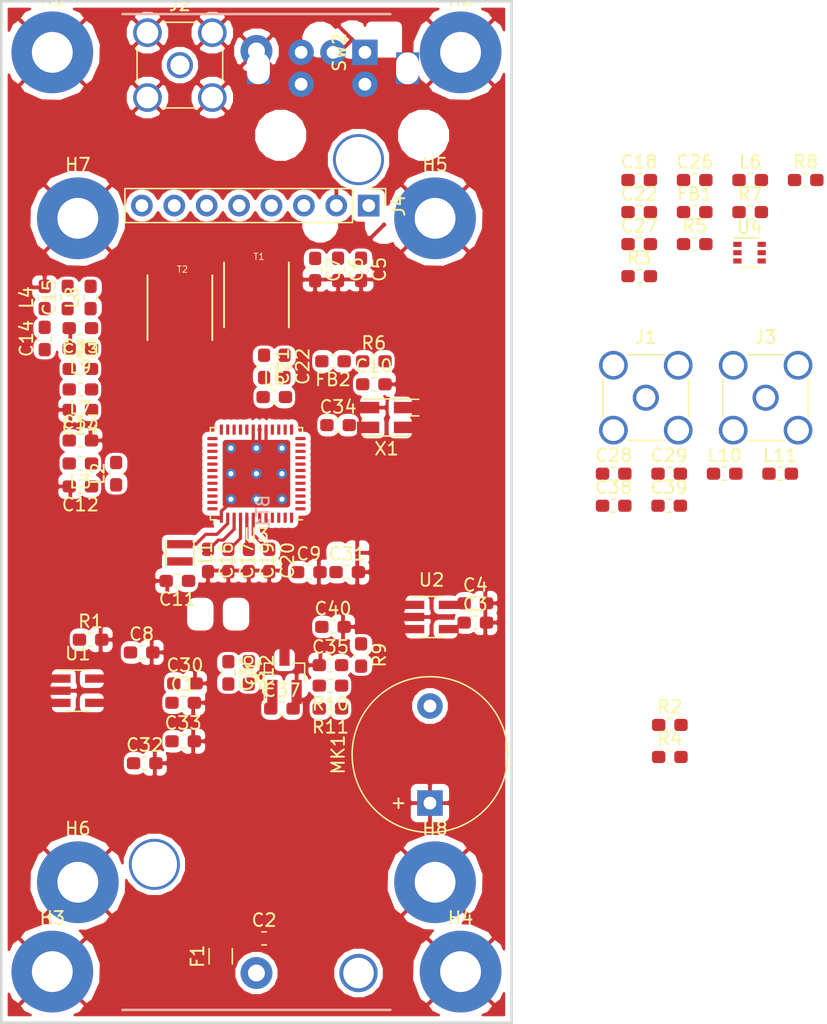
<source format=kicad_pcb>
(kicad_pcb (version 20171130) (host pcbnew 5.1.5+dfsg1-2build2)
  (layers (0 F.Cu signal) (1 In1.Cu signal hide) (2 In2.Cu signal hide) (31 B.Cu signal hide) (34 B.Paste user hide) (35 F.Paste user hide) (36 B.SilkS user hide) (37 F.SilkS user hide) (38 B.Mask user hide) (39 F.Mask user hide) (44 Edge.Cuts user))
  (net 0 "")
  (net 1 /Knob_S)
  (net 2 GND)
  (net 3 /Knob_B)
  (net 4 /Knob_A)
  (net 5 /BAT+)
  (net 6 /VDD)
  (net 7 "Net-(R1-Pad1)")
  (net 8 "Net-(U1-Pad1)")
  (net 9 /VCharge)
  (net 10 /SWCLK_TCK)
  (net 11 /SWDIO_TMS)
  (net 12 /SWO_TDO)
  (net 13 /TDI)
  (net 14 /1V8)
  (net 15 "Net-(C27-Pad1)")
  (net 16 /RESETn)
  (net 17 /VREGSW)
  (net 18 /DECOUPLE)
  (net 19 /TCXOVDD)
  (net 20 /HFXTAL_N)
  (net 21 /HFXTAL_P)
  (net 22 /TCXOout)
  (net 23 /EFRout+)
  (net 24 /EFRout-)
  (net 25 /EFRin+)
  (net 26 /EFRin-)
  (net 27 /EFR2G4)
  (net 28 /ANT)
  (net 29 /RF_SubG)
  (net 30 /RF_2G4)
  (net 31 /MIC_VDD)
  (net 32 /MIC_ADC)
  (net 33 /MIC)
  (net 34 "Net-(C22-Pad1)")
  (net 35 /D_SDA)
  (net 36 /D_CS)
  (net 37 /D_SCK)
  (net 38 /D_AO)
  (net 39 /D_LED)
  (net 40 /D_VCC)
  (net 41 /VBAT)
  (net 42 "Net-(U2-Pad4)")
  (net 43 "Net-(U3-Pad5)")
  (net 44 "Net-(U3-Pad22)")
  (net 45 "Net-(U3-Pad23)")
  (net 46 "Net-(U3-Pad24)")
  (net 47 "Net-(U3-Pad25)")
  (net 48 "Net-(U3-Pad26)")
  (net 49 "Net-(U3-Pad27)")
  (net 50 "Net-(U3-Pad28)")
  (net 51 "Net-(U3-Pad29)")
  (net 52 "Net-(U3-Pad30)")
  (net 53 "Net-(U3-Pad31)")
  (net 54 "Net-(U3-Pad32)")
  (net 55 "Net-(U3-Pad33)")
  (net 56 "Net-(U3-Pad35)")
  (net 57 "Net-(U3-Pad36)")
  (net 58 "Net-(C12-Pad1)")
  (net 59 "Net-(C14-Pad2)")
  (net 60 /VBAT1)
  (net 61 "Net-(C8-Pad1)")
  (net 62 /D_RESET)
  (net 63 /AVDD)
  (net 64 /RF_RX)
  (net 65 "Net-(C18-Pad1)")
  (net 66 "Net-(C23-Pad2)")
  (net 67 "Net-(C23-Pad1)")
  (net 68 /RF_TX)
  (net 69 "Net-(C26-Pad1)")
  (net 70 "Net-(C28-Pad1)")
  (net 71 "Net-(C29-Pad1)")
  (net 72 "Net-(C30-Pad1)")
  (net 73 "Net-(C36-Pad2)")
  (net 74 "Net-(L5-Pad2)")
  (net 75 "Net-(L6-Pad2)")
  (net 76 /SW_RX)
  (net 77 "Net-(R4-Pad1)")
  (net 78 /SW_TX)
  (net 79 "Net-(R7-Pad2)")
  (net 80 /EN_MIC)
  (module Package_TO_SOT_SMD:SOT-363_SC-70-6 (layer F.Cu) (at 158.65 69.69)
    (fp_text reference U4 (at 0 -2) (layer F.SilkS))
    (fp_text value AS213-92LF)
    (pad 6 smd rect (at 0.95 -0.65) (size 0.65 0.4) (layers F.Cu F.Paste F.Mask) (net 34 "Net-(C22-Pad1)"))
    (pad 4 smd rect (at 0.95 0.65) (size 0.65 0.4) (layers F.Cu F.Paste F.Mask) (net 15 "Net-(C27-Pad1)"))
    (pad 2 smd rect (at -0.95 0) (size 0.65 0.4) (layers F.Cu F.Paste F.Mask) (net 2 GND))
    (pad 5 smd rect (at 0.95 0) (size 0.65 0.4) (layers F.Cu F.Paste F.Mask) (net 29 /RF_SubG))
    (pad 3 smd rect (at -0.95 0.65) (size 0.65 0.4) (layers F.Cu F.Paste F.Mask) (net 69 "Net-(C26-Pad1)"))
    (pad 1 smd rect (at -0.95 -0.65) (size 0.65 0.4) (layers F.Cu F.Paste F.Mask) (net 65 "Net-(C18-Pad1)"))
  )
  (module Resistor_SMD:R_0603_1608Metric_Pad1.05x0.95mm_HandSolder (layer F.Cu) (at 163.05 64)
    (fp_text reference R8 (at 0 -1.43) (layer F.SilkS))
    (fp_text value 0)
    (pad 2 smd roundrect (at 0.875 0) (size 1.05 0.95) (layers F.Cu F.Paste F.Mask) (net 2 GND))
    (pad 1 smd roundrect (at -0.875 0) (size 1.05 0.95) (layers F.Cu F.Paste F.Mask) (net 79 "Net-(R7-Pad2)"))
  )
  (module Resistor_SMD:R_0603_1608Metric_Pad1.05x0.95mm_HandSolder (layer F.Cu) (at 158.7 66.51)
    (fp_text reference R7 (at 0 -1.43) (layer F.SilkS))
    (fp_text value 0)
    (pad 2 smd roundrect (at 0.875 0) (size 1.05 0.95) (layers F.Cu F.Paste F.Mask) (net 79 "Net-(R7-Pad2)"))
    (pad 1 smd roundrect (at -0.875 0) (size 1.05 0.95) (layers F.Cu F.Paste F.Mask) (net 19 /TCXOVDD))
  )
  (module Resistor_SMD:R_0603_1608Metric_Pad1.05x0.95mm_HandSolder (layer F.Cu) (at 154.35 69.02)
    (fp_text reference R5 (at 0 -1.43) (layer F.SilkS))
    (fp_text value 1k)
    (pad 2 smd roundrect (at 0.875 0) (size 1.05 0.95) (layers F.Cu F.Paste F.Mask) (net 15 "Net-(C27-Pad1)"))
    (pad 1 smd roundrect (at -0.875 0) (size 1.05 0.95) (layers F.Cu F.Paste F.Mask) (net 78 /SW_TX))
  )
  (module Resistor_SMD:R_0603_1608Metric_Pad1.05x0.95mm_HandSolder (layer F.Cu) (at 150 71.53)
    (fp_text reference R3 (at 0 -1.43) (layer F.SilkS))
    (fp_text value 1k)
    (pad 2 smd roundrect (at 0.875 0) (size 1.05 0.95) (layers F.Cu F.Paste F.Mask) (net 34 "Net-(C22-Pad1)"))
    (pad 1 smd roundrect (at -0.875 0) (size 1.05 0.95) (layers F.Cu F.Paste F.Mask) (net 76 /SW_RX))
  )
  (module Inductor_SMD:L_0603_1608Metric_Pad1.05x0.95mm_HandSolder (layer F.Cu) (at 158.7 64)
    (fp_text reference L6 (at 0 -1.43) (layer F.SilkS))
    (fp_text value TBD)
    (pad 2 smd roundrect (at 0.875 0) (size 1.05 0.95) (layers F.Cu F.Paste F.Mask) (net 75 "Net-(L6-Pad2)"))
    (pad 1 smd roundrect (at -0.875 0) (size 1.05 0.95) (layers F.Cu F.Paste F.Mask) (net 25 /EFRin+))
  )
  (module Inductor_SMD:L_0603_1608Metric_Pad1.05x0.95mm_HandSolder (layer F.Cu) (at 154.35 66.51)
    (fp_text reference FB1 (at 0 -1.43) (layer F.SilkS))
    (fp_text value Ferrite_Bead)
    (pad 2 smd roundrect (at 0.875 0) (size 1.05 0.95) (layers F.Cu F.Paste F.Mask) (net 63 /AVDD))
    (pad 1 smd roundrect (at -0.875 0) (size 1.05 0.95) (layers F.Cu F.Paste F.Mask) (net 6 /VDD))
  )
  (module Capacitor_SMD:C_0603_1608Metric_Pad1.05x0.95mm_HandSolder (layer F.Cu) (at 150 69.02)
    (fp_text reference C27 (at 0 -1.43) (layer F.SilkS))
    (fp_text value 1n)
    (pad 2 smd roundrect (at 0.875 0) (size 1.05 0.95) (layers F.Cu F.Paste F.Mask) (net 2 GND))
    (pad 1 smd roundrect (at -0.875 0) (size 1.05 0.95) (layers F.Cu F.Paste F.Mask) (net 15 "Net-(C27-Pad1)"))
  )
  (module Capacitor_SMD:C_0603_1608Metric_Pad1.05x0.95mm_HandSolder (layer F.Cu) (at 154.35 64)
    (fp_text reference C26 (at 0 -1.43) (layer F.SilkS))
    (fp_text value 1n)
    (pad 2 smd roundrect (at 0.875 0) (size 1.05 0.95) (layers F.Cu F.Paste F.Mask) (net 68 /RF_TX))
    (pad 1 smd roundrect (at -0.875 0) (size 1.05 0.95) (layers F.Cu F.Paste F.Mask) (net 69 "Net-(C26-Pad1)"))
  )
  (module Capacitor_SMD:C_0603_1608Metric_Pad1.05x0.95mm_HandSolder (layer F.Cu) (at 150 66.51)
    (fp_text reference C22 (at 0 -1.43) (layer F.SilkS))
    (fp_text value 1n)
    (pad 2 smd roundrect (at 0.875 0) (size 1.05 0.95) (layers F.Cu F.Paste F.Mask) (net 2 GND))
    (pad 1 smd roundrect (at -0.875 0) (size 1.05 0.95) (layers F.Cu F.Paste F.Mask) (net 34 "Net-(C22-Pad1)"))
  )
  (module Capacitor_SMD:C_0603_1608Metric_Pad1.05x0.95mm_HandSolder (layer F.Cu) (at 150 64)
    (fp_text reference C18 (at 0 -1.43) (layer F.SilkS))
    (fp_text value 1n)
    (pad 2 smd roundrect (at 0.875 0) (size 1.05 0.95) (layers F.Cu F.Paste F.Mask) (net 64 /RF_RX))
    (pad 1 smd roundrect (at -0.875 0) (size 1.05 0.95) (layers F.Cu F.Paste F.Mask) (net 65 "Net-(C18-Pad1)"))
  )
  (module kapula:ETC4-1-2TR (layer F.Cu) (at 120 73 180)
    (fp_text reference T1 (at -0.2 3 180) (layer F.SilkS) (effects (font (size 0.5 0.5) (thickness 0.07))))
    (fp_text value ETC4-1-2TR)
    (pad 1 smd rect (at -1.27 -1.715 180) (size 0.76 1.4) (layers F.Cu F.Paste F.Mask) (net 74 "Net-(L5-Pad2)"))
    (pad 2 smd rect (at 0 -1.715 180) (size 0.76 1.4) (layers F.Cu F.Paste F.Mask) (net 77 "Net-(R4-Pad1)"))
    (pad 3 smd rect (at 1.27 -1.715 180) (size 0.76 1.4) (layers F.Cu F.Paste F.Mask) (net 75 "Net-(L6-Pad2)"))
    (pad 5 smd rect (at -1.27 1.715 180) (size 0.76 1.4) (layers F.Cu F.Paste F.Mask) (net 64 /RF_RX))
    (pad 4 smd rect (at 1.27 1.715 180) (size 0.76 1.4) (layers F.Cu F.Paste F.Mask) (net 2 GND))
  )
  (module kapula:ETC4-1-2TR (layer F.Cu) (at 114 74 180)
    (fp_text reference T2 (at -0.2 3 180) (layer F.SilkS) (effects (font (size 0.5 0.5) (thickness 0.07))))
    (fp_text value ETC4-1-2TR)
    (pad 1 smd rect (at -1.27 -1.715 180) (size 0.76 1.4) (layers F.Cu F.Paste F.Mask) (net 24 /EFRout-))
    (pad 2 smd rect (at 0 -1.715 180) (size 0.76 1.4) (layers F.Cu F.Paste F.Mask) (net 72 "Net-(C30-Pad1)"))
    (pad 3 smd rect (at 1.27 -1.715 180) (size 0.76 1.4) (layers F.Cu F.Paste F.Mask) (net 23 /EFRout+))
    (pad 5 smd rect (at -1.27 1.715 180) (size 0.76 1.4) (layers F.Cu F.Paste F.Mask) (net 70 "Net-(C28-Pad1)"))
    (pad 4 smd rect (at 1.27 1.715 180) (size 0.76 1.4) (layers F.Cu F.Paste F.Mask) (net 2 GND))
  )
  (module kapula:RotaryEncoder_Alps_EC11B-Switch_Horizontal (layer F.Cu) (at 126 54 90)
    (fp_text reference SW2 (at 0 0.5 90) (layer F.SilkS))
    (fp_text value EC11B15242B1)
    (pad "" np_thru_hole rect (at -1.25 5.85 90) (size 2.5 1.8) (drill oval 2.5 1.8) (layers *.Cu *.Mask))
    (pad "" np_thru_hole rect (at -1.25 -5.85 90) (size 2.5 1.8) (drill oval 2.5 1.8) (layers *.Cu *.Mask))
    (pad S2 thru_hole circle (at -2.5 -2.5 90) (size 2 2) (drill 1) (layers *.Cu *.Mask) (net 2 GND))
    (pad S1 thru_hole circle (at -2.5 2.5 90) (size 2 2) (drill 1) (layers *.Cu *.Mask) (net 1 /Knob_S))
    (pad C thru_hole circle (at 0 0 90) (size 2 2) (drill 1) (layers *.Cu *.Mask) (net 2 GND))
    (pad B thru_hole circle (at 0 -2.5 90) (size 2 2) (drill 1) (layers *.Cu *.Mask) (net 3 /Knob_B))
    (pad A thru_hole rect (at 0 2.5 90) (size 2 2) (drill 1) (layers *.Cu *.Mask) (net 4 /Knob_A))
  )
  (module Inductor_SMD:L_0603_1608Metric_Pad1.05x0.95mm_HandSolder (layer F.Cu) (at 161.05 87)
    (fp_text reference L11 (at 0 -1.43) (layer F.SilkS))
    (fp_text value TBD)
    (pad 2 smd roundrect (at 0.875 0) (size 1.05 0.95) (layers F.Cu F.Paste F.Mask) (net 68 /RF_TX))
    (pad 1 smd roundrect (at -0.875 0) (size 1.05 0.95) (layers F.Cu F.Paste F.Mask) (net 71 "Net-(C29-Pad1)"))
  )
  (module Inductor_SMD:L_0603_1608Metric_Pad1.05x0.95mm_HandSolder (layer F.Cu) (at 156.7 87)
    (fp_text reference L10 (at 0 -1.43) (layer F.SilkS))
    (fp_text value TBD)
    (pad 2 smd roundrect (at 0.875 0) (size 1.05 0.95) (layers F.Cu F.Paste F.Mask) (net 71 "Net-(C29-Pad1)"))
    (pad 1 smd roundrect (at -0.875 0) (size 1.05 0.95) (layers F.Cu F.Paste F.Mask) (net 70 "Net-(C28-Pad1)"))
  )
  (module Connector_Coaxial:SMA_Amphenol_901-144_Vertical (layer F.Cu) (at 159.91 81.05)
    (fp_text reference J3 (at 0 -4.75) (layer F.SilkS))
    (fp_text value SMA)
    (pad 2 thru_hole circle (at -2.54 2.54) (size 2.25 2.25) (drill 1.7) (layers *.Cu *.Mask) (net 2 GND))
    (pad 2 thru_hole circle (at -2.54 -2.54) (size 2.25 2.25) (drill 1.7) (layers *.Cu *.Mask) (net 2 GND))
    (pad 2 thru_hole circle (at 2.54 -2.54) (size 2.25 2.25) (drill 1.7) (layers *.Cu *.Mask) (net 2 GND))
    (pad 2 thru_hole circle (at 2.54 2.54) (size 2.25 2.25) (drill 1.7) (layers *.Cu *.Mask) (net 2 GND))
    (pad 1 thru_hole circle (at 0 0) (size 2.05 2.05) (drill 1.5) (layers *.Cu *.Mask) (net 68 /RF_TX))
  )
  (module Connector_Coaxial:SMA_Amphenol_901-144_Vertical (layer F.Cu) (at 150.52 81.05)
    (fp_text reference J1 (at 0 -4.75) (layer F.SilkS))
    (fp_text value SMA)
    (pad 2 thru_hole circle (at -2.54 2.54) (size 2.25 2.25) (drill 1.7) (layers *.Cu *.Mask) (net 2 GND))
    (pad 2 thru_hole circle (at -2.54 -2.54) (size 2.25 2.25) (drill 1.7) (layers *.Cu *.Mask) (net 2 GND))
    (pad 2 thru_hole circle (at 2.54 -2.54) (size 2.25 2.25) (drill 1.7) (layers *.Cu *.Mask) (net 2 GND))
    (pad 2 thru_hole circle (at 2.54 2.54) (size 2.25 2.25) (drill 1.7) (layers *.Cu *.Mask) (net 2 GND))
    (pad 1 thru_hole circle (at 0 0) (size 2.05 2.05) (drill 1.5) (layers *.Cu *.Mask) (net 64 /RF_RX))
  )
  (module Capacitor_SMD:C_0603_1608Metric_Pad1.05x0.95mm_HandSolder (layer F.Cu) (at 152.35 89.51)
    (fp_text reference C39 (at 0 -1.43) (layer F.SilkS))
    (fp_text value 1n)
    (pad 2 smd roundrect (at 0.875 0) (size 1.05 0.95) (layers F.Cu F.Paste F.Mask) (net 2 GND))
    (pad 1 smd roundrect (at -0.875 0) (size 1.05 0.95) (layers F.Cu F.Paste F.Mask) (net 33 /MIC))
  )
  (module Capacitor_SMD:C_0603_1608Metric_Pad1.05x0.95mm_HandSolder (layer F.Cu) (at 148 89.51)
    (fp_text reference C38 (at 0 -1.43) (layer F.SilkS))
    (fp_text value 1n)
    (pad 2 smd roundrect (at 0.875 0) (size 1.05 0.95) (layers F.Cu F.Paste F.Mask) (net 2 GND))
    (pad 1 smd roundrect (at -0.875 0) (size 1.05 0.95) (layers F.Cu F.Paste F.Mask) (net 32 /MIC_ADC))
  )
  (module Capacitor_SMD:C_0603_1608Metric_Pad1.05x0.95mm_HandSolder (layer F.Cu) (at 152.35 87)
    (fp_text reference C29 (at 0 -1.43) (layer F.SilkS))
    (fp_text value TBD)
    (pad 2 smd roundrect (at 0.875 0) (size 1.05 0.95) (layers F.Cu F.Paste F.Mask) (net 2 GND))
    (pad 1 smd roundrect (at -0.875 0) (size 1.05 0.95) (layers F.Cu F.Paste F.Mask) (net 71 "Net-(C29-Pad1)"))
  )
  (module Capacitor_SMD:C_0603_1608Metric_Pad1.05x0.95mm_HandSolder (layer F.Cu) (at 148 87)
    (fp_text reference C28 (at 0 -1.43) (layer F.SilkS))
    (fp_text value 0)
    (pad 2 smd roundrect (at 0.875 0) (size 1.05 0.95) (layers F.Cu F.Paste F.Mask) (net 2 GND))
    (pad 1 smd roundrect (at -0.875 0) (size 1.05 0.95) (layers F.Cu F.Paste F.Mask) (net 70 "Net-(C28-Pad1)"))
  )
  (module Oscillator:Oscillator_SMD_EuroQuartz_XO32-4Pin_3.2x2.5mm_HandSoldering (layer F.Cu) (at 130.2 82.6 180)
    (fp_text reference X1 (at 0 -2.45) (layer F.SilkS))
    (fp_text value TCO22384001805)
    (pad 4 smd rect (at -1.45 -0.775 180) (size 1.75 0.9) (layers F.Cu F.Paste F.Mask) (net 19 /TCXOVDD))
    (pad 3 smd rect (at 1.45 -0.775 180) (size 1.75 0.9) (layers F.Cu F.Paste F.Mask) (net 22 /TCXOout))
    (pad 2 smd rect (at 1.45 0.775 180) (size 1.75 0.9) (layers F.Cu F.Paste F.Mask) (net 2 GND))
    (pad 1 smd rect (at -1.45 0.775 180) (size 1.75 0.9) (layers F.Cu F.Paste F.Mask) (net 79 "Net-(R7-Pad2)"))
  )
  (module Package_TO_SOT_SMD:SOT-23-5_HandSoldering (layer F.Cu) (at 133.725001 98.225001)
    (fp_text reference U2 (at 0 -2.9) (layer F.SilkS))
    (fp_text value MIC5501-3.0YM5)
    (pad 5 smd rect (at 1.35 -0.95) (size 1.56 0.65) (layers F.Cu F.Paste F.Mask) (net 6 /VDD))
    (pad 4 smd rect (at 1.35 0.95) (size 1.56 0.65) (layers F.Cu F.Paste F.Mask) (net 42 "Net-(U2-Pad4)"))
    (pad 3 smd rect (at -1.35 0.95) (size 1.56 0.65) (layers F.Cu F.Paste F.Mask) (net 41 /VBAT))
    (pad 2 smd rect (at -1.35 0) (size 1.56 0.65) (layers F.Cu F.Paste F.Mask) (net 2 GND))
    (pad 1 smd rect (at -1.35 -0.95) (size 1.56 0.65) (layers F.Cu F.Paste F.Mask) (net 41 /VBAT))
  )
  (module Package_TO_SOT_SMD:SOT-23-5_HandSoldering (layer F.Cu) (at 106 104)
    (fp_text reference U1 (at 0 -2.9) (layer F.SilkS))
    (fp_text value MCP73831-2-OT)
    (pad 5 smd rect (at 1.35 -0.95) (size 1.56 0.65) (layers F.Cu F.Paste F.Mask) (net 7 "Net-(R1-Pad1)"))
    (pad 4 smd rect (at 1.35 0.95) (size 1.56 0.65) (layers F.Cu F.Paste F.Mask) (net 9 /VCharge))
    (pad 3 smd rect (at -1.35 0.95) (size 1.56 0.65) (layers F.Cu F.Paste F.Mask) (net 60 /VBAT1))
    (pad 2 smd rect (at -1.35 0) (size 1.56 0.65) (layers F.Cu F.Paste F.Mask) (net 2 GND))
    (pad 1 smd rect (at -1.35 -0.95) (size 1.56 0.65) (layers F.Cu F.Paste F.Mask) (net 8 "Net-(U1-Pad1)"))
  )
  (module Resistor_SMD:R_0603_1608Metric_Pad1.05x0.95mm_HandSolder (layer F.Cu) (at 129.2 78.2)
    (fp_text reference R6 (at 0 -1.43) (layer F.SilkS))
    (fp_text value 100)
    (pad 2 smd roundrect (at 0.875 0) (size 1.05 0.95) (layers F.Cu F.Paste F.Mask) (net 19 /TCXOVDD))
    (pad 1 smd roundrect (at -0.875 0) (size 1.05 0.95) (layers F.Cu F.Paste F.Mask) (net 6 /VDD))
  )
  (module Resistor_SMD:R_0603_1608Metric_Pad1.05x0.95mm_HandSolder (layer F.Cu) (at 119.4 102.6 270)
    (fp_text reference R12 (at 0 -1.43 90) (layer F.SilkS))
    (fp_text value 100k)
    (pad 2 smd roundrect (at 0.875 0 270) (size 1.05 0.95) (layers F.Cu F.Paste F.Mask) (net 73 "Net-(C36-Pad2)"))
    (pad 1 smd roundrect (at -0.875 0 270) (size 1.05 0.95) (layers F.Cu F.Paste F.Mask) (net 32 /MIC_ADC))
  )
  (module Resistor_SMD:R_0603_1608Metric_Pad1.05x0.95mm_HandSolder (layer F.Cu) (at 125.8 105.4 180)
    (fp_text reference R11 (at 0 -1.43) (layer F.SilkS))
    (fp_text value 10k)
    (pad 2 smd roundrect (at 0.875 0 180) (size 1.05 0.95) (layers F.Cu F.Paste F.Mask) (net 33 /MIC))
    (pad 1 smd roundrect (at -0.875 0 180) (size 1.05 0.95) (layers F.Cu F.Paste F.Mask) (net 31 /MIC_VDD))
  )
  (module Resistor_SMD:R_0603_1608Metric_Pad1.05x0.95mm_HandSolder (layer F.Cu) (at 125.8 103.6 180)
    (fp_text reference R10 (at 0 -1.43) (layer F.SilkS))
    (fp_text value 10k)
    (pad 2 smd roundrect (at 0.875 0 180) (size 1.05 0.95) (layers F.Cu F.Paste F.Mask) (net 32 /MIC_ADC))
    (pad 1 smd roundrect (at -0.875 0 180) (size 1.05 0.95) (layers F.Cu F.Paste F.Mask) (net 31 /MIC_VDD))
  )
  (module Resistor_SMD:R_0603_1608Metric_Pad1.05x0.95mm_HandSolder (layer F.Cu) (at 128.2 101.2 270)
    (fp_text reference R9 (at 0 -1.43 90) (layer F.SilkS))
    (fp_text value 1k)
    (pad 2 smd roundrect (at 0.875 0 270) (size 1.05 0.95) (layers F.Cu F.Paste F.Mask) (net 31 /MIC_VDD))
    (pad 1 smd roundrect (at -0.875 0 270) (size 1.05 0.95) (layers F.Cu F.Paste F.Mask) (net 80 /EN_MIC))
  )
  (module Resistor_SMD:R_0603_1608Metric_Pad1.05x0.95mm_HandSolder (layer F.Cu) (at 107 100)
    (fp_text reference R1 (at 0 -1.43) (layer F.SilkS))
    (fp_text value 10k)
    (pad 2 smd roundrect (at 0.875 0) (size 1.05 0.95) (layers F.Cu F.Paste F.Mask) (net 2 GND))
    (pad 1 smd roundrect (at -0.875 0) (size 1.05 0.95) (layers F.Cu F.Paste F.Mask) (net 7 "Net-(R1-Pad1)"))
  )
  (module Package_TO_SOT_SMD:SOT-23_Handsoldering (layer F.Cu) (at 122.2 102.6 90)
    (fp_text reference Q1 (at 0 -2.5 90) (layer F.SilkS))
    (fp_text value BC847)
    (pad 3 smd rect (at 1.5 0 90) (size 1.9 0.8) (layers F.Cu F.Paste F.Mask) (net 32 /MIC_ADC))
    (pad 2 smd rect (at -1.5 0.95 90) (size 1.9 0.8) (layers F.Cu F.Paste F.Mask) (net 2 GND))
    (pad 1 smd rect (at -1.5 -0.95 90) (size 1.9 0.8) (layers F.Cu F.Paste F.Mask) (net 73 "Net-(C36-Pad2)"))
  )
  (module Inductor_SMD:L_0603_1608Metric_Pad1.05x0.95mm_HandSolder (layer F.Cu) (at 106.2 77.2 180)
    (fp_text reference L9 (at 0 -1.43) (layer F.SilkS))
    (fp_text value TBD)
    (pad 2 smd roundrect (at 0.875 0 180) (size 1.05 0.95) (layers F.Cu F.Paste F.Mask) (net 2 GND))
    (pad 1 smd roundrect (at -0.875 0 180) (size 1.05 0.95) (layers F.Cu F.Paste F.Mask) (net 66 "Net-(C23-Pad2)"))
  )
  (module Inductor_SMD:L_0603_1608Metric_Pad1.05x0.95mm_HandSolder (layer F.Cu) (at 107 73.2 90)
    (fp_text reference L8 (at 0 -1.43 90) (layer F.SilkS))
    (fp_text value TBD)
    (pad 2 smd roundrect (at 0.875 0 90) (size 1.05 0.95) (layers F.Cu F.Paste F.Mask) (net 28 /ANT))
    (pad 1 smd roundrect (at -0.875 0 90) (size 1.05 0.95) (layers F.Cu F.Paste F.Mask) (net 66 "Net-(C23-Pad2)"))
  )
  (module Inductor_SMD:L_0603_1608Metric_Pad1.05x0.95mm_HandSolder (layer F.Cu) (at 106.2 80.4 180)
    (fp_text reference L7 (at 0 -1.43) (layer F.SilkS))
    (fp_text value TBD)
    (pad 2 smd roundrect (at 0.875 0 180) (size 1.05 0.95) (layers F.Cu F.Paste F.Mask) (net 67 "Net-(C23-Pad1)"))
    (pad 1 smd roundrect (at -0.875 0 180) (size 1.05 0.95) (layers F.Cu F.Paste F.Mask) (net 29 /RF_SubG))
  )
  (module Inductor_SMD:L_0603_1608Metric_Pad1.05x0.95mm_HandSolder (layer F.Cu) (at 121.4 81)
    (fp_text reference L5 (at 0 -1.43) (layer F.SilkS))
    (fp_text value TBD)
    (pad 2 smd roundrect (at 0.875 0) (size 1.05 0.95) (layers F.Cu F.Paste F.Mask) (net 74 "Net-(L5-Pad2)"))
    (pad 1 smd roundrect (at -0.875 0) (size 1.05 0.95) (layers F.Cu F.Paste F.Mask) (net 26 /EFRin-))
  )
  (module Inductor_SMD:L_0603_1608Metric_Pad1.05x0.95mm_HandSolder (layer F.Cu) (at 103.4 73.2 90)
    (fp_text reference L4 (at 0 -1.43 90) (layer F.SilkS))
    (fp_text value TBD)
    (pad 2 smd roundrect (at 0.875 0 90) (size 1.05 0.95) (layers F.Cu F.Paste F.Mask) (net 2 GND))
    (pad 1 smd roundrect (at -0.875 0 90) (size 1.05 0.95) (layers F.Cu F.Paste F.Mask) (net 59 "Net-(C14-Pad2)"))
  )
  (module Inductor_SMD:L_0603_1608Metric_Pad1.05x0.95mm_HandSolder (layer F.Cu) (at 106.2 86.2 180)
    (fp_text reference L3 (at 0 -1.43) (layer F.SilkS))
    (fp_text value TBD)
    (pad 2 smd roundrect (at 0.875 0 180) (size 1.05 0.95) (layers F.Cu F.Paste F.Mask) (net 30 /RF_2G4))
    (pad 1 smd roundrect (at -0.875 0 180) (size 1.05 0.95) (layers F.Cu F.Paste F.Mask) (net 58 "Net-(C12-Pad1)"))
  )
  (module Inductor_SMD:L_0603_1608Metric_Pad1.05x0.95mm_HandSolder (layer F.Cu) (at 109 87 90)
    (fp_text reference L2 (at 0 -1.43 90) (layer F.SilkS))
    (fp_text value TBD)
    (pad 2 smd roundrect (at 0.875 0 90) (size 1.05 0.95) (layers F.Cu F.Paste F.Mask) (net 58 "Net-(C12-Pad1)"))
    (pad 1 smd roundrect (at -0.875 0 90) (size 1.05 0.95) (layers F.Cu F.Paste F.Mask) (net 27 /EFR2G4))
  )
  (module Inductor_SMD:L_0603_1608Metric_Pad1.05x0.95mm_HandSolder (layer F.Cu) (at 126 78.2 180)
    (fp_text reference FB2 (at 0 -1.43) (layer F.SilkS))
    (fp_text value Ferrite_Bead)
    (pad 2 smd roundrect (at 0.875 0 180) (size 1.05 0.95) (layers F.Cu F.Paste F.Mask) (net 72 "Net-(C30-Pad1)"))
    (pad 1 smd roundrect (at -0.875 0 180) (size 1.05 0.95) (layers F.Cu F.Paste F.Mask) (net 6 /VDD))
  )
  (module Resistor_SMD:R_1206_3216Metric_Pad1.42x1.75mm_HandSolder (layer F.Cu) (at 117.2 124.8 90)
    (fp_text reference F1 (at 0 -1.82 90) (layer F.SilkS))
    (fp_text value Polyfuse)
    (pad 2 smd roundrect (at 1.4875 0 90) (size 1.425 1.75) (layers F.Cu F.Paste F.Mask) (roundrect_rratio 0.175439) (net 60 /VBAT1))
    (pad 1 smd roundrect (at -1.4875 0 90) (size 1.425 1.75) (layers F.Cu F.Paste F.Mask) (roundrect_rratio 0.175439) (net 5 /BAT+))
  )
  (module Capacitor_SMD:C_0603_1608Metric_Pad1.05x0.95mm_HandSolder (layer F.Cu) (at 126 99)
    (fp_text reference C40 (at 0 -1.43) (layer F.SilkS))
    (fp_text value 2u2)
    (pad 2 smd roundrect (at 0.875 0) (size 1.05 0.95) (layers F.Cu F.Paste F.Mask) (net 2 GND))
    (pad 1 smd roundrect (at -0.875 0) (size 1.05 0.95) (layers F.Cu F.Paste F.Mask) (net 40 /D_VCC))
  )
  (module Capacitor_SMD:C_0603_1608Metric_Pad1.05x0.95mm_HandSolder (layer F.Cu) (at 126.4 83.2)
    (fp_text reference C34 (at 0 -1.43) (layer F.SilkS))
    (fp_text value 1n)
    (pad 2 smd roundrect (at 0.875 0) (size 1.05 0.95) (layers F.Cu F.Paste F.Mask) (net 22 /TCXOout))
    (pad 1 smd roundrect (at -0.875 0) (size 1.05 0.95) (layers F.Cu F.Paste F.Mask) (net 20 /HFXTAL_N))
  )
  (module Capacitor_SMD:C_0603_1608Metric_Pad1.05x0.95mm_HandSolder (layer F.Cu) (at 114.255001 107.960001)
    (fp_text reference C33 (at 0 -1.43) (layer F.SilkS))
    (fp_text value 2u2)
    (pad 2 smd roundrect (at 0.875 0) (size 1.05 0.95) (layers F.Cu F.Paste F.Mask) (net 2 GND))
    (pad 1 smd roundrect (at -0.875 0) (size 1.05 0.95) (layers F.Cu F.Paste F.Mask) (net 19 /TCXOVDD))
  )
  (module Capacitor_SMD:C_0603_1608Metric_Pad1.05x0.95mm_HandSolder (layer F.Cu) (at 111.245001 109.680001)
    (fp_text reference C32 (at 0 -1.43) (layer F.SilkS))
    (fp_text value 1n)
    (pad 2 smd roundrect (at 0.875 0) (size 1.05 0.95) (layers F.Cu F.Paste F.Mask) (net 2 GND))
    (pad 1 smd roundrect (at -0.875 0) (size 1.05 0.95) (layers F.Cu F.Paste F.Mask) (net 14 /1V8))
  )
  (module Capacitor_SMD:C_0603_1608Metric_Pad1.05x0.95mm_HandSolder (layer F.Cu) (at 127.115001 94.710001)
    (fp_text reference C31 (at 0 -1.43) (layer F.SilkS))
    (fp_text value 2u2)
    (pad 2 smd roundrect (at 0.875 0) (size 1.05 0.95) (layers F.Cu F.Paste F.Mask) (net 2 GND))
    (pad 1 smd roundrect (at -0.875 0) (size 1.05 0.95) (layers F.Cu F.Paste F.Mask) (net 14 /1V8))
  )
  (module Capacitor_SMD:C_0603_1608Metric_Pad1.05x0.95mm_HandSolder (layer F.Cu) (at 122 105.4)
    (fp_text reference C37 (at 0 -1.43) (layer F.SilkS))
    (fp_text value 100n)
    (pad 2 smd roundrect (at 0.875 0) (size 1.05 0.95) (layers F.Cu F.Paste F.Mask) (net 33 /MIC))
    (pad 1 smd roundrect (at -0.875 0) (size 1.05 0.95) (layers F.Cu F.Paste F.Mask) (net 73 "Net-(C36-Pad2)"))
  )
  (module Capacitor_SMD:C_0603_1608Metric_Pad1.05x0.95mm_HandSolder (layer F.Cu) (at 114.395001 103.430001)
    (fp_text reference C30 (at 0 -1.43) (layer F.SilkS))
    (fp_text value 1n)
    (pad 2 smd roundrect (at 0.875 0) (size 1.05 0.95) (layers F.Cu F.Paste F.Mask) (net 2 GND))
    (pad 1 smd roundrect (at -0.875 0) (size 1.05 0.95) (layers F.Cu F.Paste F.Mask) (net 72 "Net-(C30-Pad1)"))
  )
  (module Capacitor_SMD:C_0603_1608Metric_Pad1.05x0.95mm_HandSolder (layer F.Cu) (at 117.8 102.6 270)
    (fp_text reference C36 (at 0 -1.43 90) (layer F.SilkS))
    (fp_text value 1n)
    (pad 2 smd roundrect (at 0.875 0 270) (size 1.05 0.95) (layers F.Cu F.Paste F.Mask) (net 73 "Net-(C36-Pad2)"))
    (pad 1 smd roundrect (at -0.875 0 270) (size 1.05 0.95) (layers F.Cu F.Paste F.Mask) (net 32 /MIC_ADC))
  )
  (module Capacitor_SMD:C_0603_1608Metric_Pad1.05x0.95mm_HandSolder (layer F.Cu) (at 125.8 102)
    (fp_text reference C35 (at 0 -1.43) (layer F.SilkS))
    (fp_text value 2u2)
    (pad 2 smd roundrect (at 0.875 0) (size 1.05 0.95) (layers F.Cu F.Paste F.Mask) (net 31 /MIC_VDD))
    (pad 1 smd roundrect (at -0.875 0) (size 1.05 0.95) (layers F.Cu F.Paste F.Mask) (net 2 GND))
  )
  (module Capacitor_SMD:C_0603_1608Metric_Pad1.05x0.95mm_HandSolder (layer F.Cu) (at 106.2 75.6 180)
    (fp_text reference C25 (at 0 -1.43) (layer F.SilkS))
    (fp_text value TBD)
    (pad 2 smd roundrect (at 0.875 0 180) (size 1.05 0.95) (layers F.Cu F.Paste F.Mask) (net 2 GND))
    (pad 1 smd roundrect (at -0.875 0 180) (size 1.05 0.95) (layers F.Cu F.Paste F.Mask) (net 66 "Net-(C23-Pad2)"))
  )
  (module Capacitor_SMD:C_0603_1608Metric_Pad1.05x0.95mm_HandSolder (layer F.Cu) (at 106.2 82 180)
    (fp_text reference C24 (at 0 -1.43) (layer F.SilkS))
    (fp_text value TBD)
    (pad 2 smd roundrect (at 0.875 0 180) (size 1.05 0.95) (layers F.Cu F.Paste F.Mask) (net 2 GND))
    (pad 1 smd roundrect (at -0.875 0 180) (size 1.05 0.95) (layers F.Cu F.Paste F.Mask) (net 29 /RF_SubG))
  )
  (module Capacitor_SMD:C_0603_1608Metric_Pad1.05x0.95mm_HandSolder (layer F.Cu) (at 122.2 78.6 270)
    (fp_text reference C22 (at 0 -1.43 90) (layer F.SilkS))
    (fp_text value TBD)
    (pad 2 smd roundrect (at 0.875 0 270) (size 1.05 0.95) (layers F.Cu F.Paste F.Mask) (net 25 /EFRin+))
    (pad 1 smd roundrect (at -0.875 0 270) (size 1.05 0.95) (layers F.Cu F.Paste F.Mask) (net 34 "Net-(C22-Pad1)"))
  )
  (module Capacitor_SMD:C_0603_1608Metric_Pad1.05x0.95mm_HandSolder (layer F.Cu) (at 106.2 78.8)
    (fp_text reference C23 (at 0 -1.43) (layer F.SilkS))
    (fp_text value TBD)
    (pad 2 smd roundrect (at 0.875 0) (size 1.05 0.95) (layers F.Cu F.Paste F.Mask) (net 66 "Net-(C23-Pad2)"))
    (pad 1 smd roundrect (at -0.875 0) (size 1.05 0.95) (layers F.Cu F.Paste F.Mask) (net 67 "Net-(C23-Pad1)"))
  )
  (module Capacitor_SMD:C_0603_1608Metric_Pad1.05x0.95mm_HandSolder (layer F.Cu) (at 121 93.8 270)
    (fp_text reference C20 (at 0 -1.43 90) (layer F.SilkS))
    (fp_text value 2u2)
    (pad 2 smd roundrect (at 0.875 0 270) (size 1.05 0.95) (layers F.Cu F.Paste F.Mask) (net 2 GND))
    (pad 1 smd roundrect (at -0.875 0 270) (size 1.05 0.95) (layers F.Cu F.Paste F.Mask) (net 6 /VDD))
  )
  (module Capacitor_SMD:C_0603_1608Metric_Pad1.05x0.95mm_HandSolder (layer F.Cu) (at 120.6 78.6 270)
    (fp_text reference C21 (at 0 -1.43 90) (layer F.SilkS))
    (fp_text value 0)
    (pad 2 smd roundrect (at 0.875 0 270) (size 1.05 0.95) (layers F.Cu F.Paste F.Mask) (net 25 /EFRin+))
    (pad 1 smd roundrect (at -0.875 0 270) (size 1.05 0.95) (layers F.Cu F.Paste F.Mask) (net 26 /EFRin-))
  )
  (module Capacitor_SMD:C_0603_1608Metric_Pad1.05x0.95mm_HandSolder (layer F.Cu) (at 119.4 93.8 270)
    (fp_text reference C19 (at 0 -1.43 90) (layer F.SilkS))
    (fp_text value 2u2)
    (pad 2 smd roundrect (at 0.875 0 270) (size 1.05 0.95) (layers F.Cu F.Paste F.Mask) (net 2 GND))
    (pad 1 smd roundrect (at -0.875 0 270) (size 1.05 0.95) (layers F.Cu F.Paste F.Mask) (net 18 /DECOUPLE))
  )
  (module Capacitor_SMD:C_0603_1608Metric_Pad1.05x0.95mm_HandSolder (layer F.Cu) (at 117.8 93.8 270)
    (fp_text reference C17 (at 0 -1.43 90) (layer F.SilkS))
    (fp_text value 2u2)
    (pad 2 smd roundrect (at 0.875 0 270) (size 1.05 0.95) (layers F.Cu F.Paste F.Mask) (net 2 GND))
    (pad 1 smd roundrect (at -0.875 0 270) (size 1.05 0.95) (layers F.Cu F.Paste F.Mask) (net 14 /1V8))
  )
  (module Capacitor_SMD:C_0603_1608Metric_Pad1.05x0.95mm_HandSolder (layer F.Cu) (at 116.2 93.8 270)
    (fp_text reference C16 (at 0 -1.43 90) (layer F.SilkS))
    (fp_text value 2u2)
    (pad 2 smd roundrect (at 0.875 0 270) (size 1.05 0.95) (layers F.Cu F.Paste F.Mask) (net 2 GND))
    (pad 1 smd roundrect (at -0.875 0 270) (size 1.05 0.95) (layers F.Cu F.Paste F.Mask) (net 6 /VDD))
  )
  (module Capacitor_SMD:C_0603_1608Metric_Pad1.05x0.95mm_HandSolder (layer F.Cu) (at 105.2 73.2 90)
    (fp_text reference C15 (at 0 -1.43 90) (layer F.SilkS))
    (fp_text value TBD)
    (pad 2 smd roundrect (at 0.875 0 90) (size 1.05 0.95) (layers F.Cu F.Paste F.Mask) (net 28 /ANT))
    (pad 1 smd roundrect (at -0.875 0 90) (size 1.05 0.95) (layers F.Cu F.Paste F.Mask) (net 59 "Net-(C14-Pad2)"))
  )
  (module Capacitor_SMD:C_0603_1608Metric_Pad1.05x0.95mm_HandSolder (layer F.Cu) (at 103.4 76.4125 90)
    (fp_text reference C14 (at 0 -1.43 90) (layer F.SilkS))
    (fp_text value TBD)
    (pad 2 smd roundrect (at 0.875 0 90) (size 1.05 0.95) (layers F.Cu F.Paste F.Mask) (net 59 "Net-(C14-Pad2)"))
    (pad 1 smd roundrect (at -0.875 0 90) (size 1.05 0.95) (layers F.Cu F.Paste F.Mask) (net 30 /RF_2G4))
  )
  (module Capacitor_SMD:C_0603_1608Metric_Pad1.05x0.95mm_HandSolder (layer F.Cu) (at 106.2 84.4)
    (fp_text reference C13 (at 0 -1.43) (layer F.SilkS))
    (fp_text value TBD)
    (pad 2 smd roundrect (at 0.875 0) (size 1.05 0.95) (layers F.Cu F.Paste F.Mask) (net 2 GND))
    (pad 1 smd roundrect (at -0.875 0) (size 1.05 0.95) (layers F.Cu F.Paste F.Mask) (net 30 /RF_2G4))
  )
  (module Capacitor_SMD:C_0603_1608Metric_Pad1.05x0.95mm_HandSolder (layer F.Cu) (at 106.2 88 180)
    (fp_text reference C12 (at 0 -1.43) (layer F.SilkS))
    (fp_text value TBD)
    (pad 2 smd roundrect (at 0.875 0 180) (size 1.05 0.95) (layers F.Cu F.Paste F.Mask) (net 2 GND))
    (pad 1 smd roundrect (at -0.875 0 180) (size 1.05 0.95) (layers F.Cu F.Paste F.Mask) (net 58 "Net-(C12-Pad1)"))
  )
  (module Capacitor_SMD:C_0603_1608Metric_Pad1.05x0.95mm_HandSolder (layer F.Cu) (at 113.8 95.4 180)
    (fp_text reference C11 (at 0 -1.43) (layer F.SilkS))
    (fp_text value 2u2)
    (pad 2 smd roundrect (at 0.875 0 180) (size 1.05 0.95) (layers F.Cu F.Paste F.Mask) (net 2 GND))
    (pad 1 smd roundrect (at -0.875 0 180) (size 1.05 0.95) (layers F.Cu F.Paste F.Mask) (net 14 /1V8))
  )
  (module Capacitor_SMD:C_0603_1608Metric_Pad1.05x0.95mm_HandSolder (layer F.Cu) (at 129.2 80)
    (fp_text reference C10 (at 0 -1.43) (layer F.SilkS))
    (fp_text value 2u2)
    (pad 2 smd roundrect (at 0.875 0) (size 1.05 0.95) (layers F.Cu F.Paste F.Mask) (net 2 GND))
    (pad 1 smd roundrect (at -0.875 0) (size 1.05 0.95) (layers F.Cu F.Paste F.Mask) (net 63 /AVDD))
  )
  (module Capacitor_SMD:C_0603_1608Metric_Pad1.05x0.95mm_HandSolder (layer F.Cu) (at 124.105001 94.710001)
    (fp_text reference C9 (at 0 -1.43) (layer F.SilkS))
    (fp_text value 1n)
    (pad 2 smd roundrect (at 0.875 0) (size 1.05 0.95) (layers F.Cu F.Paste F.Mask) (net 2 GND))
    (pad 1 smd roundrect (at -0.875 0) (size 1.05 0.95) (layers F.Cu F.Paste F.Mask) (net 61 "Net-(C8-Pad1)"))
  )
  (module Capacitor_SMD:C_0603_1608Metric_Pad1.05x0.95mm_HandSolder (layer F.Cu) (at 111 101)
    (fp_text reference C8 (at 0 -1.43) (layer F.SilkS))
    (fp_text value 2u2)
    (pad 2 smd roundrect (at 0.875 0) (size 1.05 0.95) (layers F.Cu F.Paste F.Mask) (net 2 GND))
    (pad 1 smd roundrect (at -0.875 0) (size 1.05 0.95) (layers F.Cu F.Paste F.Mask) (net 61 "Net-(C8-Pad1)"))
  )
  (module Capacitor_SMD:C_0603_1608Metric_Pad1.05x0.95mm_HandSolder (layer F.Cu) (at 124.6 71.0125 270)
    (fp_text reference C7 (at 0 -1.43 90) (layer F.SilkS))
    (fp_text value 100n)
    (pad 2 smd roundrect (at 0.875 0 270) (size 1.05 0.95) (layers F.Cu F.Paste F.Mask) (net 2 GND))
    (pad 1 smd roundrect (at -0.875 0 270) (size 1.05 0.95) (layers F.Cu F.Paste F.Mask) (net 1 /Knob_S))
  )
  (module Capacitor_SMD:C_0603_1608Metric_Pad1.05x0.95mm_HandSolder (layer F.Cu) (at 126.4 71 270)
    (fp_text reference C6 (at 0 -1.43 90) (layer F.SilkS))
    (fp_text value 100n)
    (pad 2 smd roundrect (at 0.875 0 270) (size 1.05 0.95) (layers F.Cu F.Paste F.Mask) (net 2 GND))
    (pad 1 smd roundrect (at -0.875 0 270) (size 1.05 0.95) (layers F.Cu F.Paste F.Mask) (net 3 /Knob_B))
  )
  (module Capacitor_SMD:C_0603_1608Metric_Pad1.05x0.95mm_HandSolder (layer F.Cu) (at 128.2 71 270)
    (fp_text reference C5 (at 0 -1.43 90) (layer F.SilkS))
    (fp_text value 100n)
    (pad 2 smd roundrect (at 0.875 0 270) (size 1.05 0.95) (layers F.Cu F.Paste F.Mask) (net 2 GND))
    (pad 1 smd roundrect (at -0.875 0 270) (size 1.05 0.95) (layers F.Cu F.Paste F.Mask) (net 4 /Knob_A))
  )
  (module Capacitor_SMD:C_0603_1608Metric_Pad1.05x0.95mm_HandSolder (layer F.Cu) (at 137.155001 97.155001)
    (fp_text reference C4 (at 0 -1.43) (layer F.SilkS))
    (fp_text value 2u2)
    (pad 2 smd roundrect (at 0.875 0) (size 1.05 0.95) (layers F.Cu F.Paste F.Mask) (net 2 GND))
    (pad 1 smd roundrect (at -0.875 0) (size 1.05 0.95) (layers F.Cu F.Paste F.Mask) (net 6 /VDD))
  )
  (module Capacitor_SMD:C_0603_1608Metric_Pad1.05x0.95mm_HandSolder (layer F.Cu) (at 137.155001 98.665001)
    (fp_text reference C3 (at 0 -1.43) (layer F.SilkS))
    (fp_text value 2u2)
    (pad 2 smd roundrect (at 0.875 0) (size 1.05 0.95) (layers F.Cu F.Paste F.Mask) (net 2 GND))
    (pad 1 smd roundrect (at -0.875 0) (size 1.05 0.95) (layers F.Cu F.Paste F.Mask) (net 41 /VBAT))
  )
  (module Capacitor_SMD:C_0603_1608Metric_Pad1.05x0.95mm_HandSolder (layer F.Cu) (at 120.6 123.4)
    (fp_text reference C2 (at 0 -1.43) (layer F.SilkS))
    (fp_text value 2u2)
    (pad 2 smd roundrect (at 0.875 0) (size 1.05 0.95) (layers F.Cu F.Paste F.Mask) (net 2 GND))
    (pad 1 smd roundrect (at -0.875 0) (size 1.05 0.95) (layers F.Cu F.Paste F.Mask) (net 60 /VBAT1))
  )
  (module Capacitor_SMD:C_0603_1608Metric_Pad1.05x0.95mm_HandSolder (layer F.Cu) (at 114.255001 104.940001)
    (fp_text reference C1 (at 0 -1.43) (layer F.SilkS))
    (fp_text value 2u2)
    (pad 2 smd roundrect (at 0.875 0) (size 1.05 0.95) (layers F.Cu F.Paste F.Mask) (net 2 GND))
    (pad 1 smd roundrect (at -0.875 0) (size 1.05 0.95) (layers F.Cu F.Paste F.Mask) (net 9 /VCharge))
  )
  (module MountingHole:MountingHole_3.2mm_M3_Pad (layer F.Cu) (at 104 54)
    (fp_text reference H1 (at 0 -4.2) (layer F.SilkS))
    (fp_text value M3)
    (pad 1 thru_hole circle (at 0 0) (size 6.4 6.4) (drill 3.2) (layers *.Cu *.Mask) (net 2 GND))
  )
  (module MountingHole:MountingHole_3.2mm_M3_Pad (layer F.Cu) (at 136 54)
    (fp_text reference H2 (at 0 -4.2) (layer F.SilkS))
    (fp_text value M3)
    (pad 1 thru_hole circle (at 0 0) (size 6.4 6.4) (drill 3.2) (layers *.Cu *.Mask) (net 2 GND))
  )
  (module MountingHole:MountingHole_3.2mm_M3_Pad (layer F.Cu) (at 104 126)
    (fp_text reference H3 (at 0 -4.2) (layer F.SilkS))
    (fp_text value M3)
    (pad 1 thru_hole circle (at 0 0) (size 6.4 6.4) (drill 3.2) (layers *.Cu *.Mask) (net 2 GND))
  )
  (module MountingHole:MountingHole_3.2mm_M3_Pad (layer F.Cu) (at 136 126)
    (fp_text reference H4 (at 0 -4.2) (layer F.SilkS))
    (fp_text value M3)
    (pad 1 thru_hole circle (at 0 0) (size 6.4 6.4) (drill 3.2) (layers *.Cu *.Mask) (net 2 GND))
  )
  (module MountingHole:MountingHole_3.2mm_M3_Pad (layer F.Cu) (at 134 67)
    (fp_text reference H5 (at 0 -4.2) (layer F.SilkS))
    (fp_text value M3)
    (pad 1 thru_hole circle (at 0 0) (size 6.4 6.4) (drill 3.2) (layers *.Cu *.Mask) (net 2 GND))
  )
  (module MountingHole:MountingHole_3.2mm_M3_Pad (layer F.Cu) (at 106 119)
    (fp_text reference H6 (at 0 -4.2) (layer F.SilkS))
    (fp_text value M3)
    (pad 1 thru_hole circle (at 0 0) (size 6.4 6.4) (drill 3.2) (layers *.Cu *.Mask) (net 2 GND))
  )
  (module MountingHole:MountingHole_3.2mm_M3_Pad (layer F.Cu) (at 106 67)
    (fp_text reference H7 (at 0 -4.2) (layer F.SilkS))
    (fp_text value M3)
    (pad 1 thru_hole circle (at 0 0) (size 6.4 6.4) (drill 3.2) (layers *.Cu *.Mask) (net 2 GND))
  )
  (module MountingHole:MountingHole_3.2mm_M3_Pad (layer F.Cu) (at 134 119)
    (fp_text reference H8 (at 0 -4.2) (layer F.SilkS))
    (fp_text value M3)
    (pad 1 thru_hole circle (at 0 0) (size 6.4 6.4) (drill 3.2) (layers *.Cu *.Mask) (net 2 GND))
  )
  (module Resistor_SMD:R_0603_1608Metric_Pad1.05x0.95mm_HandSolder (layer F.Cu) (at 152.4 109.19)
    (fp_text reference R4 (at 0 -1.43) (layer F.SilkS))
    (fp_text value 0)
    (pad 1 smd roundrect (at -0.875 0) (size 1.05 0.95) (layers F.Cu F.Paste F.Mask) (net 77 "Net-(R4-Pad1)"))
    (pad 2 smd roundrect (at 0.875 0) (size 1.05 0.95) (layers F.Cu F.Paste F.Mask) (net 2 GND))
  )
  (module Resistor_SMD:R_0603_1608Metric_Pad1.05x0.95mm_HandSolder (layer F.Cu) (at 152.4 106.68)
    (fp_text reference R2 (at 0 -1.43) (layer F.SilkS))
    (fp_text value 0)
    (pad 2 smd roundrect (at 0.875 0) (size 1.05 0.95) (layers F.Cu F.Paste F.Mask) (net 61 "Net-(C8-Pad1)"))
    (pad 1 smd roundrect (at -0.875 0) (size 1.05 0.95) (layers F.Cu F.Paste F.Mask) (net 6 /VDD))
  )
  (module Connector_PinHeader_2.54mm:PinHeader_1x08_P2.54mm_Vertical (layer F.Cu) (at 128.8 66 270)
    (fp_text reference J4 (at 0 -2.33 270) (layer F.SilkS))
    (fp_text value Display)
    (pad 1 thru_hole rect (at 0 0 270) (size 1.7 1.7) (drill 1) (layers *.Cu *.Mask) (net 40 /D_VCC))
    (pad 2 thru_hole oval (at 0 2.54 270) (size 1.7 1.7) (drill 1) (layers *.Cu *.Mask) (net 2 GND))
    (pad 3 thru_hole oval (at 0 5.08 270) (size 1.7 1.7) (drill 1) (layers *.Cu *.Mask) (net 36 /D_CS))
    (pad 4 thru_hole oval (at 0 7.62 270) (size 1.7 1.7) (drill 1) (layers *.Cu *.Mask) (net 62 /D_RESET))
    (pad 5 thru_hole oval (at 0 10.16 270) (size 1.7 1.7) (drill 1) (layers *.Cu *.Mask) (net 38 /D_AO))
    (pad 6 thru_hole oval (at 0 12.7 270) (size 1.7 1.7) (drill 1) (layers *.Cu *.Mask) (net 35 /D_SDA))
    (pad 7 thru_hole oval (at 0 15.24 270) (size 1.7 1.7) (drill 1) (layers *.Cu *.Mask) (net 37 /D_SCK))
    (pad 8 thru_hole oval (at 0 17.78 270) (size 1.7 1.7) (drill 1) (layers *.Cu *.Mask) (net 39 /D_LED))
  )
  (module kapula:18650_holder_Keystone_1043 (layer B.Cu) (at 120 90 270)
    (fp_text reference BT1 (at 0 -0.5 270) (layer B.SilkS) (effects (justify mirror)))
    (fp_text value 18650)
    (pad 2 thru_hole circle (at -36.11 0 270) (size 2.5 2.5) (drill 1.32) (layers *.Cu *.Mask) (net 2 GND))
    (pad 1 thru_hole circle (at 36.11 0 270) (size 2.5 2.5) (drill 1.32) (layers *.Cu *.Mask) (net 5 /BAT+))
    (pad "" np_thru_hole circle (at 27.6 8 270) (size 4 4) (drill 3.55) (layers *.Cu *.Mask))
    (pad "" np_thru_hole circle (at -27.6 -8 270) (size 4 4) (drill 3.55) (layers *.Cu *.Mask))
    (pad "" np_thru_hole circle (at 36.11 -8 270) (size 3 3) (drill 2.39) (layers *.Cu *.Mask))
  )
  (module Buzzer_Beeper:Buzzer_12x9.5RM7.6 (layer F.Cu) (at 133.6 112.8 90)
    (fp_text reference MK1 (at 3.8 -7.2 90) (layer F.SilkS))
    (fp_text value Microphone)
    (fp_text user + (at -0.01 -2.54 90) (layer F.SilkS))
    (pad 1 thru_hole rect (at 0 0 90) (size 2 2) (drill 1) (layers *.Cu *.Mask) (net 2 GND))
    (pad 2 thru_hole circle (at 7.6 0 90) (size 2 2) (drill 1) (layers *.Cu *.Mask) (net 33 /MIC))
  )
  (module Connector_Coaxial:SMA_Amphenol_901-144_Vertical (layer F.Cu) (at 114 55)
    (fp_text reference J2 (at 0 -4.75) (layer F.SilkS))
    (fp_text value SMA)
    (pad 1 thru_hole circle (at 0 0) (size 2.05 2.05) (drill 1.5) (layers *.Cu *.Mask) (net 28 /ANT))
    (pad 2 thru_hole circle (at 2.54 2.54) (size 2.25 2.25) (drill 1.7) (layers *.Cu *.Mask) (net 2 GND))
    (pad 2 thru_hole circle (at 2.54 -2.54) (size 2.25 2.25) (drill 1.7) (layers *.Cu *.Mask) (net 2 GND))
    (pad 2 thru_hole circle (at -2.54 -2.54) (size 2.25 2.25) (drill 1.7) (layers *.Cu *.Mask) (net 2 GND))
    (pad 2 thru_hole circle (at -2.54 2.54) (size 2.25 2.25) (drill 1.7) (layers *.Cu *.Mask) (net 2 GND))
  )
  (module Inductor_SMD:L_Taiyo-Yuden_MD-2020 (layer F.Cu) (at 114 93.2 270)
    (fp_text reference L1 (at 0 -2 270) (layer F.SilkS))
    (fp_text value 4u7)
    (pad 1 smd rect (at -0.675 0 270) (size 0.65 2) (layers F.Cu F.Paste F.Mask) (net 17 /VREGSW))
    (pad 2 smd rect (at 0.675 0 270) (size 0.65 2) (layers F.Cu F.Paste F.Mask) (net 14 /1V8))
  )
  (module Package_DFN_QFN:QFN-48-1EP_7x7mm_P0.5mm_EP5.3x5.3mm (layer F.Cu) (at 120 87 180)
    (fp_text reference U3 (at 0 -4.8 180) (layer F.SilkS))
    (fp_text value EFR32FG14P233F256GM48-B)
    (pad 48 smd roundrect (at -2.75 -3.45 180) (size 0.25 0.8) (layers F.Cu F.Paste F.Mask) (net 62 /D_RESET))
    (pad 47 smd roundrect (at -2.25 -3.45 180) (size 0.25 0.8) (layers F.Cu F.Paste F.Mask) (net 39 /D_LED))
    (pad 46 smd roundrect (at -1.75 -3.45 180) (size 0.25 0.8) (layers F.Cu F.Paste F.Mask) (net 38 /D_AO))
    (pad 45 smd roundrect (at -1.25 -3.45 180) (size 0.25 0.8) (layers F.Cu F.Paste F.Mask) (net 37 /D_SCK))
    (pad 44 smd roundrect (at -0.75 -3.45 180) (size 0.25 0.8) (layers F.Cu F.Paste F.Mask) (net 36 /D_CS))
    (pad 43 smd roundrect (at -0.25 -3.45 180) (size 0.25 0.8) (layers F.Cu F.Paste F.Mask) (net 35 /D_SDA))
    (pad 42 smd roundrect (at 0.25 -3.45 180) (size 0.25 0.8) (layers F.Cu F.Paste F.Mask) (net 6 /VDD))
    (pad 41 smd roundrect (at 0.75 -3.45 180) (size 0.25 0.8) (layers F.Cu F.Paste F.Mask) (net 18 /DECOUPLE))
    (pad 40 smd roundrect (at 1.25 -3.45 180) (size 0.25 0.8) (layers F.Cu F.Paste F.Mask) (net 14 /1V8))
    (pad 39 smd roundrect (at 1.75 -3.45 180) (size 0.25 0.8) (layers F.Cu F.Paste F.Mask) (net 6 /VDD))
    (pad 38 smd roundrect (at 2.25 -3.45 180) (size 0.25 0.8) (layers F.Cu F.Paste F.Mask) (net 17 /VREGSW))
    (pad 37 smd roundrect (at 2.75 -3.45 180) (size 0.25 0.8) (layers F.Cu F.Paste F.Mask) (net 2 GND))
    (pad 36 smd roundrect (at 3.45 -2.75 180) (size 0.8 0.25) (layers F.Cu F.Paste F.Mask) (net 57 "Net-(U3-Pad36)"))
    (pad 35 smd roundrect (at 3.45 -2.25 180) (size 0.8 0.25) (layers F.Cu F.Paste F.Mask) (net 56 "Net-(U3-Pad35)"))
    (pad 34 smd roundrect (at 3.45 -1.75 180) (size 0.8 0.25) (layers F.Cu F.Paste F.Mask) (net 63 /AVDD))
    (pad 33 smd roundrect (at 3.45 -1.25 180) (size 0.8 0.25) (layers F.Cu F.Paste F.Mask) (net 55 "Net-(U3-Pad33)"))
    (pad 32 smd roundrect (at 3.45 -0.75 180) (size 0.8 0.25) (layers F.Cu F.Paste F.Mask) (net 54 "Net-(U3-Pad32)"))
    (pad 31 smd roundrect (at 3.45 -0.25 180) (size 0.8 0.25) (layers F.Cu F.Paste F.Mask) (net 53 "Net-(U3-Pad31)"))
    (pad 30 smd roundrect (at 3.45 0.25 180) (size 0.8 0.25) (layers F.Cu F.Paste F.Mask) (net 52 "Net-(U3-Pad30)"))
    (pad 29 smd roundrect (at 3.45 0.75 180) (size 0.8 0.25) (layers F.Cu F.Paste F.Mask) (net 51 "Net-(U3-Pad29)"))
    (pad 28 smd roundrect (at 3.45 1.25 180) (size 0.8 0.25) (layers F.Cu F.Paste F.Mask) (net 50 "Net-(U3-Pad28)"))
    (pad 27 smd roundrect (at 3.45 1.75 180) (size 0.8 0.25) (layers F.Cu F.Paste F.Mask) (net 49 "Net-(U3-Pad27)"))
    (pad 26 smd roundrect (at 3.45 2.25 180) (size 0.8 0.25) (layers F.Cu F.Paste F.Mask) (net 48 "Net-(U3-Pad26)"))
    (pad 25 smd roundrect (at 3.45 2.75 180) (size 0.8 0.25) (layers F.Cu F.Paste F.Mask) (net 47 "Net-(U3-Pad25)"))
    (pad 24 smd roundrect (at 2.75 3.45 180) (size 0.25 0.8) (layers F.Cu F.Paste F.Mask) (net 46 "Net-(U3-Pad24)"))
    (pad 23 smd roundrect (at 2.25 3.45 180) (size 0.25 0.8) (layers F.Cu F.Paste F.Mask) (net 45 "Net-(U3-Pad23)"))
    (pad 22 smd roundrect (at 1.75 3.45 180) (size 0.25 0.8) (layers F.Cu F.Paste F.Mask) (net 44 "Net-(U3-Pad22)"))
    (pad 21 smd roundrect (at 1.25 3.45 180) (size 0.25 0.8) (layers F.Cu F.Paste F.Mask) (net 61 "Net-(C8-Pad1)"))
    (pad 20 smd roundrect (at 0.75 3.45 180) (size 0.25 0.8) (layers F.Cu F.Paste F.Mask) (net 27 /EFR2G4))
    (pad 19 smd roundrect (at 0.25 3.45 180) (size 0.25 0.8) (layers F.Cu F.Paste F.Mask) (net 2 GND))
    (pad 18 smd roundrect (at -0.25 3.45 180) (size 0.25 0.8) (layers F.Cu F.Paste F.Mask) (net 2 GND))
    (pad 17 smd roundrect (at -0.75 3.45 180) (size 0.25 0.8) (layers F.Cu F.Paste F.Mask) (net 2 GND))
    (pad 16 smd roundrect (at -1.25 3.45 180) (size 0.25 0.8) (layers F.Cu F.Paste F.Mask) (net 26 /EFRin-))
    (pad 15 smd roundrect (at -1.75 3.45 180) (size 0.25 0.8) (layers F.Cu F.Paste F.Mask) (net 25 /EFRin+))
    (pad 14 smd roundrect (at -2.25 3.45 180) (size 0.25 0.8) (layers F.Cu F.Paste F.Mask) (net 24 /EFRout-))
    (pad 13 smd roundrect (at -2.75 3.45 180) (size 0.25 0.8) (layers F.Cu F.Paste F.Mask) (net 23 /EFRout+))
    (pad 12 smd roundrect (at -3.45 2.75 180) (size 0.8 0.25) (layers F.Cu F.Paste F.Mask) (net 16 /RESETn))
    (pad 11 smd roundrect (at -3.45 2.25 180) (size 0.8 0.25) (layers F.Cu F.Paste F.Mask) (net 21 /HFXTAL_P))
    (pad 10 smd roundrect (at -3.45 1.75 180) (size 0.8 0.25) (layers F.Cu F.Paste F.Mask) (net 20 /HFXTAL_N))
    (pad 9 smd roundrect (at -3.45 1.25 180) (size 0.8 0.25) (layers F.Cu F.Paste F.Mask) (net 14 /1V8))
    (pad 8 smd roundrect (at -3.45 0.75 180) (size 0.8 0.25) (layers F.Cu F.Paste F.Mask) (net 1 /Knob_S))
    (pad 7 smd roundrect (at -3.45 0.25 180) (size 0.8 0.25) (layers F.Cu F.Paste F.Mask) (net 3 /Knob_B))
    (pad 6 smd roundrect (at -3.45 -0.25 180) (size 0.8 0.25) (layers F.Cu F.Paste F.Mask) (net 4 /Knob_A))
    (pad 5 smd roundrect (at -3.45 -0.75 180) (size 0.8 0.25) (layers F.Cu F.Paste F.Mask) (net 43 "Net-(U3-Pad5)"))
    (pad 4 smd roundrect (at -3.45 -1.25 180) (size 0.8 0.25) (layers F.Cu F.Paste F.Mask) (net 13 /TDI))
    (pad 3 smd roundrect (at -3.45 -1.75 180) (size 0.8 0.25) (layers F.Cu F.Paste F.Mask) (net 12 /SWO_TDO))
    (pad 2 smd roundrect (at -3.45 -2.25 180) (size 0.8 0.25) (layers F.Cu F.Paste F.Mask) (net 11 /SWDIO_TMS))
    (pad 1 smd roundrect (at -3.45 -2.75 180) (size 0.8 0.25) (layers F.Cu F.Paste F.Mask) (net 10 /SWCLK_TCK))
    (pad 49 smd roundrect (at 0 0 180) (size 5.3 5.3) (layers F.Cu F.Mask) (roundrect_rratio 0.04717) (net 2 GND))
  )
  (gr_line (start 100 130) (end 100 50) (layer Edge.Cuts) (width 0.2))
  (gr_line (start 140 130) (end 100 130) (layer Edge.Cuts) (width 0.2))
  (gr_line (start 140 50) (end 140 130) (layer Edge.Cuts) (width 0.2))
  (gr_line (start 100 50) (end 140 50) (layer Edge.Cuts) (width 0.2))
  (via (at 122 87) (size 0.8) (drill 0.4) (layers F.Cu B.Cu) (net 2))
  (via (at 118 87) (size 0.8) (drill 0.4) (layers F.Cu B.Cu) (net 2))
  (via (at 120 89) (size 0.8) (drill 0.4) (layers F.Cu B.Cu) (net 2))
  (via (at 118 89) (size 0.8) (drill 0.4) (layers F.Cu B.Cu) (net 2))
  (via (at 122 89) (size 0.8) (drill 0.4) (layers F.Cu B.Cu) (net 2))
  (via (at 122 85) (size 0.8) (drill 0.4) (layers F.Cu B.Cu) (net 2))
  (via (at 118 85) (size 0.8) (drill 0.4) (layers F.Cu B.Cu) (net 2))
  (via (at 120 87) (size 0.8) (drill 0.4) (layers F.Cu B.Cu) (net 2))
  (segment (start 119.75 86.75) (end 120 87) (width 0.25) (layer F.Cu) (net 2))
  (segment (start 119.75 83.55) (end 119.75 86.75) (width 0.25) (layer F.Cu) (net 2))
  (segment (start 120.75 86.25) (end 120 87) (width 0.25) (layer F.Cu) (net 2))
  (segment (start 120.75 83.55) (end 120.75 86.25) (width 0.25) (layer F.Cu) (net 2))
  (segment (start 119.75 85) (end 120.25 86.75) (width 0.25) (layer F.Cu) (net 2))
  (via (at 120 85) (size 0.8) (drill 0.4) (layers F.Cu B.Cu) (net 2))
  (segment (start 120.25 86.75) (end 120 87) (width 0.25) (layer F.Cu) (net 2))
  (segment (start 120.25 83.55) (end 120.25 86.75) (width 0.25) (layer F.Cu) (net 2))
  (segment (start 117.600001 89.399999) (end 118 89) (width 0.25) (layer F.Cu) (net 2))
  (segment (start 117.25 89.95) (end 117.600001 89.599999) (width 0.25) (layer F.Cu) (net 2))
  (segment (start 117.600001 89.599999) (end 117.600001 89.399999) (width 0.25) (layer F.Cu) (net 2))
  (segment (start 117.25 90.45) (end 117.25 89.95) (width 0.25) (layer F.Cu) (net 2))
  (segment (start 119.75 91.7625) (end 121 93.0125) (width 0.25) (layer F.Cu) (net 6))
  (segment (start 119.75 90.45) (end 119.75 91.7625) (width 0.25) (layer F.Cu) (net 6))
  (segment (start 118.25 90.45) (end 118.25 91.35) (width 0.25) (layer F.Cu) (net 6))
  (segment (start 118.25 91.35) (end 117.4 92.2) (width 0.25) (layer F.Cu) (net 6))
  (segment (start 117.0125 92.2) (end 116.2 93.0125) (width 0.25) (layer F.Cu) (net 6))
  (segment (start 117.4 92.2) (end 117.0125 92.2) (width 0.25) (layer F.Cu) (net 6))
  (segment (start 118.75 92.0625) (end 117.8 93.0125) (width 0.25) (layer F.Cu) (net 14))
  (segment (start 118.75 90.45) (end 118.75 92.0625) (width 0.25) (layer F.Cu) (net 14))
  (segment (start 115.25 92.525) (end 114 92.525) (width 0.25) (layer F.Cu) (net 17))
  (segment (start 116.02501 91.74999) (end 115.25 92.525) (width 0.25) (layer F.Cu) (net 17))
  (segment (start 116.898032 91.74999) (end 116.02501 91.74999) (width 0.25) (layer F.Cu) (net 17))
  (segment (start 117.75 90.898022) (end 116.898032 91.74999) (width 0.25) (layer F.Cu) (net 17))
  (segment (start 117.75 90.45) (end 117.75 90.898022) (width 0.25) (layer F.Cu) (net 17))
  (segment (start 119.25 92.8625) (end 119.4 93.0125) (width 0.25) (layer F.Cu) (net 18))
  (segment (start 119.25 90.45) (end 119.25 92.8625) (width 0.25) (layer F.Cu) (net 18))
  (zone (net 2) (net_name GND) (layer F.Cu) (connect_pads (clearance 0.4)) (min_thickness 0.2) (fill yes (arc_segments 16) (thermal_gap 0.5) (thermal_bridge_width 0.3))
    (polygon (pts (xy 100 50) (xy 140 50) (xy 140 130) (xy 100 130)))
  )
)
</source>
